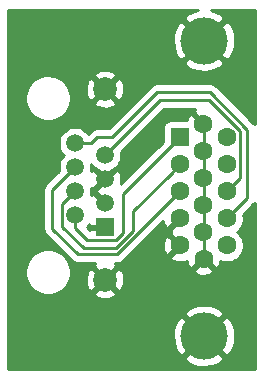
<source format=gbl>
G04 #@! TF.GenerationSoftware,KiCad,Pcbnew,(5.1.8)-1*
G04 #@! TF.CreationDate,2023-06-17T02:04:58+09:00*
G04 #@! TF.ProjectId,VGAFRJ45,56474146-524a-4343-952e-6b696361645f,rev?*
G04 #@! TF.SameCoordinates,PX9157080PY791ddc0*
G04 #@! TF.FileFunction,Copper,L2,Bot*
G04 #@! TF.FilePolarity,Positive*
%FSLAX46Y46*%
G04 Gerber Fmt 4.6, Leading zero omitted, Abs format (unit mm)*
G04 Created by KiCad (PCBNEW (5.1.8)-1) date 2023-06-17 02:04:58*
%MOMM*%
%LPD*%
G01*
G04 APERTURE LIST*
G04 #@! TA.AperFunction,ComponentPad*
%ADD10C,2.000000*%
G04 #@! TD*
G04 #@! TA.AperFunction,ComponentPad*
%ADD11C,1.500000*%
G04 #@! TD*
G04 #@! TA.AperFunction,ComponentPad*
%ADD12R,1.500000X1.500000*%
G04 #@! TD*
G04 #@! TA.AperFunction,ComponentPad*
%ADD13C,1.600000*%
G04 #@! TD*
G04 #@! TA.AperFunction,ComponentPad*
%ADD14C,4.000000*%
G04 #@! TD*
G04 #@! TA.AperFunction,ComponentPad*
%ADD15R,1.600000X1.600000*%
G04 #@! TD*
G04 #@! TA.AperFunction,ViaPad*
%ADD16C,0.800000*%
G04 #@! TD*
G04 #@! TA.AperFunction,Conductor*
%ADD17C,0.250000*%
G04 #@! TD*
G04 #@! TA.AperFunction,Conductor*
%ADD18C,0.254000*%
G04 #@! TD*
G04 #@! TA.AperFunction,Conductor*
%ADD19C,0.100000*%
G04 #@! TD*
G04 APERTURE END LIST*
D10*
X8890000Y24384000D03*
X8890000Y8255000D03*
D11*
X6350000Y19812000D03*
X6350000Y13716000D03*
X8890000Y14732000D03*
X6350000Y15748000D03*
X8890000Y16764000D03*
X6350000Y17780000D03*
X8890000Y18796000D03*
D12*
X8890000Y12700000D03*
D13*
X17240000Y10033000D03*
D14*
X17290000Y28505000D03*
X17290000Y3505000D03*
D13*
X19200000Y11160000D03*
X19200000Y13450000D03*
X19200000Y15740000D03*
X19200000Y18030000D03*
X19200000Y20320000D03*
X17220000Y12305000D03*
X17220000Y14595000D03*
X17220000Y16885000D03*
X17220000Y19175000D03*
X17220000Y21465000D03*
X15240000Y11160000D03*
X15240000Y13450000D03*
X15240000Y15740000D03*
X15240000Y18030000D03*
D15*
X15240000Y20320000D03*
D16*
X7620000Y22479000D03*
D17*
X17240000Y21445000D02*
X17220000Y21465000D01*
X17240000Y10033000D02*
X17240000Y21445000D01*
X8890000Y18796000D02*
X13589000Y23495000D01*
X20325001Y16865001D02*
X19200000Y15740000D01*
X20325001Y20860001D02*
X20325001Y16865001D01*
X17690002Y23495000D02*
X20325001Y20860001D01*
X13589000Y23495000D02*
X17690002Y23495000D01*
X20955000Y15205000D02*
X19200000Y13450000D01*
X20955000Y20955000D02*
X20955000Y15205000D01*
X9525000Y20320000D02*
X13335000Y24130000D01*
X17780000Y24130000D02*
X20955000Y20955000D01*
X8255000Y20320000D02*
X9525000Y20320000D01*
X13335000Y24130000D02*
X17780000Y24130000D01*
X7747000Y19812000D02*
X8255000Y20320000D01*
X6350000Y19812000D02*
X7747000Y19812000D01*
X12065000Y12565000D02*
X15240000Y15740000D01*
X6350000Y17780000D02*
X4445000Y15875000D01*
X4445000Y15875000D02*
X4445000Y12573000D01*
X6604000Y10414000D02*
X9914000Y10414000D01*
X4445000Y12573000D02*
X6604000Y10414000D01*
X9914000Y10414000D02*
X12065000Y12565000D01*
X14440001Y17230001D02*
X15240000Y18030000D01*
X11245010Y14035010D02*
X14440001Y17230001D01*
X11245010Y12381420D02*
X11245010Y14035010D01*
X7112000Y10922000D02*
X9785590Y10922000D01*
X5274999Y12759001D02*
X7112000Y10922000D01*
X5274999Y14672999D02*
X5274999Y12759001D01*
X9785590Y10922000D02*
X11245010Y12381420D01*
X6350000Y15748000D02*
X5274999Y14672999D01*
X6350000Y13154998D02*
X6350000Y13716000D01*
X10795000Y15875000D02*
X15240000Y20320000D01*
X6350000Y12655340D02*
X7380341Y11624999D01*
X6350000Y13716000D02*
X6350000Y12655340D01*
X7380341Y11624999D02*
X9846999Y11624999D01*
X10414000Y15494000D02*
X10795000Y15875000D01*
X10414000Y12192000D02*
X10414000Y15494000D01*
X9846999Y11624999D02*
X10414000Y12192000D01*
D18*
X16255474Y30942279D02*
X15838228Y30719258D01*
X15622106Y30352499D01*
X17290000Y28684605D01*
X18957894Y30352499D01*
X18741772Y30719258D01*
X18281895Y30959938D01*
X17839287Y31090000D01*
X21565001Y31090000D01*
X21565001Y21409707D01*
X21518799Y21466003D01*
X21495001Y21495001D01*
X21466004Y21518798D01*
X18343804Y24640997D01*
X18320001Y24670001D01*
X18204276Y24764974D01*
X18072247Y24835546D01*
X17928986Y24879003D01*
X17817333Y24890000D01*
X17817322Y24890000D01*
X17780000Y24893676D01*
X17742678Y24890000D01*
X13372325Y24890000D01*
X13335000Y24893676D01*
X13297675Y24890000D01*
X13297667Y24890000D01*
X13186014Y24879003D01*
X13042753Y24835546D01*
X12910724Y24764974D01*
X12794999Y24670001D01*
X12771201Y24641003D01*
X9210199Y21080000D01*
X8292322Y21080000D01*
X8254999Y21083676D01*
X8217676Y21080000D01*
X8217667Y21080000D01*
X8106014Y21069003D01*
X7962753Y21025546D01*
X7830724Y20954974D01*
X7714999Y20860001D01*
X7691200Y20831002D01*
X7477584Y20617385D01*
X7425799Y20694886D01*
X7232886Y20887799D01*
X7006043Y21039371D01*
X6753989Y21143775D01*
X6486411Y21197000D01*
X6213589Y21197000D01*
X5946011Y21143775D01*
X5693957Y21039371D01*
X5467114Y20887799D01*
X5274201Y20694886D01*
X5122629Y20468043D01*
X5018225Y20215989D01*
X4965000Y19948411D01*
X4965000Y19675589D01*
X5018225Y19408011D01*
X5122629Y19155957D01*
X5274201Y18929114D01*
X5407315Y18796000D01*
X5274201Y18662886D01*
X5122629Y18436043D01*
X5018225Y18183989D01*
X4965000Y17916411D01*
X4965000Y17643589D01*
X4993833Y17498635D01*
X3934003Y16438804D01*
X3904999Y16415001D01*
X3872150Y16374974D01*
X3810026Y16299276D01*
X3756719Y16199546D01*
X3739454Y16167246D01*
X3695997Y16023985D01*
X3685000Y15912332D01*
X3685000Y15912322D01*
X3681324Y15875000D01*
X3685000Y15837677D01*
X3685001Y12610332D01*
X3681324Y12573000D01*
X3685001Y12535667D01*
X3695998Y12424014D01*
X3698425Y12416013D01*
X3739454Y12280754D01*
X3810026Y12148724D01*
X3830295Y12124027D01*
X3905000Y12032999D01*
X3933998Y12009201D01*
X6040201Y9902997D01*
X6063999Y9873999D01*
X6092997Y9850201D01*
X6179723Y9779026D01*
X6280798Y9725000D01*
X6311753Y9708454D01*
X6455014Y9664997D01*
X6566667Y9654000D01*
X6566676Y9654000D01*
X6603999Y9650324D01*
X6641322Y9654000D01*
X8029661Y9654000D01*
X7934192Y9390413D01*
X8890000Y8434605D01*
X9845808Y9390413D01*
X9750339Y9654000D01*
X9876678Y9654000D01*
X9914000Y9650324D01*
X9951322Y9654000D01*
X9951333Y9654000D01*
X10062986Y9664997D01*
X10206247Y9708454D01*
X10338276Y9779026D01*
X10454001Y9873999D01*
X10477804Y9903003D01*
X11664289Y11089488D01*
X13799783Y11089488D01*
X13841213Y10809870D01*
X13936397Y10543708D01*
X14003329Y10418486D01*
X14247298Y10346903D01*
X15060395Y11160000D01*
X14247298Y11973097D01*
X14003329Y11901514D01*
X13882429Y11646004D01*
X13813700Y11371816D01*
X13799783Y11089488D01*
X11664289Y11089488D01*
X12628799Y12053997D01*
X12628804Y12054002D01*
X13819721Y13244920D01*
X13841213Y13099870D01*
X13936397Y12833708D01*
X14003329Y12708486D01*
X14247298Y12636903D01*
X15060395Y13450000D01*
X15046253Y13464142D01*
X15225858Y13643747D01*
X15240000Y13629605D01*
X15254143Y13643747D01*
X15433748Y13464142D01*
X15419605Y13450000D01*
X15433748Y13435857D01*
X15254143Y13256252D01*
X15240000Y13270395D01*
X14426903Y12457298D01*
X14471589Y12305000D01*
X14426903Y12152702D01*
X15240000Y11339605D01*
X15254143Y11353747D01*
X15433748Y11174142D01*
X15419605Y11160000D01*
X15433748Y11145857D01*
X15254143Y10966252D01*
X15240000Y10980395D01*
X14426903Y10167298D01*
X14498486Y9923329D01*
X14753996Y9802429D01*
X15028184Y9733700D01*
X15310512Y9719783D01*
X15590130Y9761213D01*
X15817555Y9842544D01*
X15841213Y9682870D01*
X15936397Y9416708D01*
X16003329Y9291486D01*
X16247298Y9219903D01*
X17060395Y10033000D01*
X17046253Y10047142D01*
X17225858Y10226747D01*
X17240000Y10212605D01*
X17254143Y10226747D01*
X17433748Y10047142D01*
X17419605Y10033000D01*
X18232702Y9219903D01*
X18476671Y9291486D01*
X18597571Y9546996D01*
X18666300Y9821184D01*
X18666621Y9827701D01*
X18781426Y9780147D01*
X19058665Y9725000D01*
X19341335Y9725000D01*
X19618574Y9780147D01*
X19879727Y9888320D01*
X20114759Y10045363D01*
X20314637Y10245241D01*
X20471680Y10480273D01*
X20579853Y10741426D01*
X20635000Y11018665D01*
X20635000Y11301335D01*
X20579853Y11578574D01*
X20471680Y11839727D01*
X20314637Y12074759D01*
X20114759Y12274637D01*
X20069317Y12305000D01*
X20114759Y12335363D01*
X20314637Y12535241D01*
X20471680Y12770273D01*
X20579853Y13031426D01*
X20635000Y13308665D01*
X20635000Y13591335D01*
X20598688Y13773886D01*
X21466003Y14641201D01*
X21495001Y14664999D01*
X21565000Y14750294D01*
X21565000Y660000D01*
X660000Y660000D01*
X660000Y1657501D01*
X15622106Y1657501D01*
X15838228Y1290742D01*
X16298105Y1050062D01*
X16796098Y903725D01*
X17313071Y857352D01*
X17829159Y912727D01*
X18324526Y1067721D01*
X18741772Y1290742D01*
X18957894Y1657501D01*
X17290000Y3325395D01*
X15622106Y1657501D01*
X660000Y1657501D01*
X660000Y3481929D01*
X14642352Y3481929D01*
X14697727Y2965841D01*
X14852721Y2470474D01*
X15075742Y2053228D01*
X15442501Y1837106D01*
X17110395Y3505000D01*
X17469605Y3505000D01*
X19137499Y1837106D01*
X19504258Y2053228D01*
X19744938Y2513105D01*
X19891275Y3011098D01*
X19937648Y3528071D01*
X19882273Y4044159D01*
X19727279Y4539526D01*
X19504258Y4956772D01*
X19137499Y5172894D01*
X17469605Y3505000D01*
X17110395Y3505000D01*
X15442501Y5172894D01*
X15075742Y4956772D01*
X14835062Y4496895D01*
X14688725Y3998902D01*
X14642352Y3481929D01*
X660000Y3481929D01*
X660000Y5352499D01*
X15622106Y5352499D01*
X17290000Y3684605D01*
X18957894Y5352499D01*
X18741772Y5719258D01*
X18281895Y5959938D01*
X17783902Y6106275D01*
X17266929Y6152648D01*
X16750841Y6097273D01*
X16255474Y5942279D01*
X15838228Y5719258D01*
X15622106Y5352499D01*
X660000Y5352499D01*
X660000Y9080581D01*
X2129000Y9080581D01*
X2129000Y8699419D01*
X2203361Y8325581D01*
X2349225Y7973434D01*
X2560987Y7656509D01*
X2830509Y7386987D01*
X3147434Y7175225D01*
X3499581Y7029361D01*
X3873419Y6955000D01*
X4254581Y6955000D01*
X4628419Y7029361D01*
X4846243Y7119587D01*
X7934192Y7119587D01*
X8029956Y6855186D01*
X8319571Y6714296D01*
X8631108Y6632616D01*
X8952595Y6613282D01*
X9271675Y6657039D01*
X9576088Y6762205D01*
X9750044Y6855186D01*
X9845808Y7119587D01*
X8890000Y8075395D01*
X7934192Y7119587D01*
X4846243Y7119587D01*
X4980566Y7175225D01*
X5297491Y7386987D01*
X5567013Y7656509D01*
X5778775Y7973434D01*
X5869475Y8192405D01*
X7248282Y8192405D01*
X7292039Y7873325D01*
X7397205Y7568912D01*
X7490186Y7394956D01*
X7754587Y7299192D01*
X8710395Y8255000D01*
X9069605Y8255000D01*
X10025413Y7299192D01*
X10289814Y7394956D01*
X10430704Y7684571D01*
X10512384Y7996108D01*
X10531718Y8317595D01*
X10487961Y8636675D01*
X10382795Y8941088D01*
X10329767Y9040298D01*
X16426903Y9040298D01*
X16498486Y8796329D01*
X16753996Y8675429D01*
X17028184Y8606700D01*
X17310512Y8592783D01*
X17590130Y8634213D01*
X17856292Y8729397D01*
X17981514Y8796329D01*
X18053097Y9040298D01*
X17240000Y9853395D01*
X16426903Y9040298D01*
X10329767Y9040298D01*
X10289814Y9115044D01*
X10025413Y9210808D01*
X9069605Y8255000D01*
X8710395Y8255000D01*
X7754587Y9210808D01*
X7490186Y9115044D01*
X7349296Y8825429D01*
X7267616Y8513892D01*
X7248282Y8192405D01*
X5869475Y8192405D01*
X5924639Y8325581D01*
X5999000Y8699419D01*
X5999000Y9080581D01*
X5924639Y9454419D01*
X5778775Y9806566D01*
X5567013Y10123491D01*
X5297491Y10393013D01*
X4980566Y10604775D01*
X4628419Y10750639D01*
X4254581Y10825000D01*
X3873419Y10825000D01*
X3499581Y10750639D01*
X3147434Y10604775D01*
X2830509Y10393013D01*
X2560987Y10123491D01*
X2349225Y9806566D01*
X2203361Y9454419D01*
X2129000Y9080581D01*
X660000Y9080581D01*
X660000Y23812581D01*
X2129000Y23812581D01*
X2129000Y23431419D01*
X2203361Y23057581D01*
X2349225Y22705434D01*
X2560987Y22388509D01*
X2830509Y22118987D01*
X3147434Y21907225D01*
X3499581Y21761361D01*
X3873419Y21687000D01*
X4254581Y21687000D01*
X4628419Y21761361D01*
X4980566Y21907225D01*
X5297491Y22118987D01*
X5567013Y22388509D01*
X5778775Y22705434D01*
X5924639Y23057581D01*
X5962632Y23248587D01*
X7934192Y23248587D01*
X8029956Y22984186D01*
X8319571Y22843296D01*
X8631108Y22761616D01*
X8952595Y22742282D01*
X9271675Y22786039D01*
X9576088Y22891205D01*
X9750044Y22984186D01*
X9845808Y23248587D01*
X8890000Y24204395D01*
X7934192Y23248587D01*
X5962632Y23248587D01*
X5999000Y23431419D01*
X5999000Y23812581D01*
X5924639Y24186419D01*
X5868726Y24321405D01*
X7248282Y24321405D01*
X7292039Y24002325D01*
X7397205Y23697912D01*
X7490186Y23523956D01*
X7754587Y23428192D01*
X8710395Y24384000D01*
X9069605Y24384000D01*
X10025413Y23428192D01*
X10289814Y23523956D01*
X10430704Y23813571D01*
X10512384Y24125108D01*
X10531718Y24446595D01*
X10487961Y24765675D01*
X10382795Y25070088D01*
X10289814Y25244044D01*
X10025413Y25339808D01*
X9069605Y24384000D01*
X8710395Y24384000D01*
X7754587Y25339808D01*
X7490186Y25244044D01*
X7349296Y24954429D01*
X7267616Y24642892D01*
X7248282Y24321405D01*
X5868726Y24321405D01*
X5778775Y24538566D01*
X5567013Y24855491D01*
X5297491Y25125013D01*
X4980566Y25336775D01*
X4628419Y25482639D01*
X4443544Y25519413D01*
X7934192Y25519413D01*
X8890000Y24563605D01*
X9845808Y25519413D01*
X9750044Y25783814D01*
X9460429Y25924704D01*
X9148892Y26006384D01*
X8827405Y26025718D01*
X8508325Y25981961D01*
X8203912Y25876795D01*
X8029956Y25783814D01*
X7934192Y25519413D01*
X4443544Y25519413D01*
X4254581Y25557000D01*
X3873419Y25557000D01*
X3499581Y25482639D01*
X3147434Y25336775D01*
X2830509Y25125013D01*
X2560987Y24855491D01*
X2349225Y24538566D01*
X2203361Y24186419D01*
X2129000Y23812581D01*
X660000Y23812581D01*
X660000Y26657501D01*
X15622106Y26657501D01*
X15838228Y26290742D01*
X16298105Y26050062D01*
X16796098Y25903725D01*
X17313071Y25857352D01*
X17829159Y25912727D01*
X18324526Y26067721D01*
X18741772Y26290742D01*
X18957894Y26657501D01*
X17290000Y28325395D01*
X15622106Y26657501D01*
X660000Y26657501D01*
X660000Y28481929D01*
X14642352Y28481929D01*
X14697727Y27965841D01*
X14852721Y27470474D01*
X15075742Y27053228D01*
X15442501Y26837106D01*
X17110395Y28505000D01*
X17469605Y28505000D01*
X19137499Y26837106D01*
X19504258Y27053228D01*
X19744938Y27513105D01*
X19891275Y28011098D01*
X19937648Y28528071D01*
X19882273Y29044159D01*
X19727279Y29539526D01*
X19504258Y29956772D01*
X19137499Y30172894D01*
X17469605Y28505000D01*
X17110395Y28505000D01*
X15442501Y30172894D01*
X15075742Y29956772D01*
X14835062Y29496895D01*
X14688725Y28998902D01*
X14642352Y28481929D01*
X660000Y28481929D01*
X660000Y31090000D01*
X16727596Y31090000D01*
X16255474Y30942279D01*
G04 #@! TA.AperFunction,Conductor*
D19*
G36*
X16255474Y30942279D02*
G01*
X15838228Y30719258D01*
X15622106Y30352499D01*
X17290000Y28684605D01*
X18957894Y30352499D01*
X18741772Y30719258D01*
X18281895Y30959938D01*
X17839287Y31090000D01*
X21565001Y31090000D01*
X21565001Y21409707D01*
X21518799Y21466003D01*
X21495001Y21495001D01*
X21466004Y21518798D01*
X18343804Y24640997D01*
X18320001Y24670001D01*
X18204276Y24764974D01*
X18072247Y24835546D01*
X17928986Y24879003D01*
X17817333Y24890000D01*
X17817322Y24890000D01*
X17780000Y24893676D01*
X17742678Y24890000D01*
X13372325Y24890000D01*
X13335000Y24893676D01*
X13297675Y24890000D01*
X13297667Y24890000D01*
X13186014Y24879003D01*
X13042753Y24835546D01*
X12910724Y24764974D01*
X12794999Y24670001D01*
X12771201Y24641003D01*
X9210199Y21080000D01*
X8292322Y21080000D01*
X8254999Y21083676D01*
X8217676Y21080000D01*
X8217667Y21080000D01*
X8106014Y21069003D01*
X7962753Y21025546D01*
X7830724Y20954974D01*
X7714999Y20860001D01*
X7691200Y20831002D01*
X7477584Y20617385D01*
X7425799Y20694886D01*
X7232886Y20887799D01*
X7006043Y21039371D01*
X6753989Y21143775D01*
X6486411Y21197000D01*
X6213589Y21197000D01*
X5946011Y21143775D01*
X5693957Y21039371D01*
X5467114Y20887799D01*
X5274201Y20694886D01*
X5122629Y20468043D01*
X5018225Y20215989D01*
X4965000Y19948411D01*
X4965000Y19675589D01*
X5018225Y19408011D01*
X5122629Y19155957D01*
X5274201Y18929114D01*
X5407315Y18796000D01*
X5274201Y18662886D01*
X5122629Y18436043D01*
X5018225Y18183989D01*
X4965000Y17916411D01*
X4965000Y17643589D01*
X4993833Y17498635D01*
X3934003Y16438804D01*
X3904999Y16415001D01*
X3872150Y16374974D01*
X3810026Y16299276D01*
X3756719Y16199546D01*
X3739454Y16167246D01*
X3695997Y16023985D01*
X3685000Y15912332D01*
X3685000Y15912322D01*
X3681324Y15875000D01*
X3685000Y15837677D01*
X3685001Y12610332D01*
X3681324Y12573000D01*
X3685001Y12535667D01*
X3695998Y12424014D01*
X3698425Y12416013D01*
X3739454Y12280754D01*
X3810026Y12148724D01*
X3830295Y12124027D01*
X3905000Y12032999D01*
X3933998Y12009201D01*
X6040201Y9902997D01*
X6063999Y9873999D01*
X6092997Y9850201D01*
X6179723Y9779026D01*
X6280798Y9725000D01*
X6311753Y9708454D01*
X6455014Y9664997D01*
X6566667Y9654000D01*
X6566676Y9654000D01*
X6603999Y9650324D01*
X6641322Y9654000D01*
X8029661Y9654000D01*
X7934192Y9390413D01*
X8890000Y8434605D01*
X9845808Y9390413D01*
X9750339Y9654000D01*
X9876678Y9654000D01*
X9914000Y9650324D01*
X9951322Y9654000D01*
X9951333Y9654000D01*
X10062986Y9664997D01*
X10206247Y9708454D01*
X10338276Y9779026D01*
X10454001Y9873999D01*
X10477804Y9903003D01*
X11664289Y11089488D01*
X13799783Y11089488D01*
X13841213Y10809870D01*
X13936397Y10543708D01*
X14003329Y10418486D01*
X14247298Y10346903D01*
X15060395Y11160000D01*
X14247298Y11973097D01*
X14003329Y11901514D01*
X13882429Y11646004D01*
X13813700Y11371816D01*
X13799783Y11089488D01*
X11664289Y11089488D01*
X12628799Y12053997D01*
X12628804Y12054002D01*
X13819721Y13244920D01*
X13841213Y13099870D01*
X13936397Y12833708D01*
X14003329Y12708486D01*
X14247298Y12636903D01*
X15060395Y13450000D01*
X15046253Y13464142D01*
X15225858Y13643747D01*
X15240000Y13629605D01*
X15254143Y13643747D01*
X15433748Y13464142D01*
X15419605Y13450000D01*
X15433748Y13435857D01*
X15254143Y13256252D01*
X15240000Y13270395D01*
X14426903Y12457298D01*
X14471589Y12305000D01*
X14426903Y12152702D01*
X15240000Y11339605D01*
X15254143Y11353747D01*
X15433748Y11174142D01*
X15419605Y11160000D01*
X15433748Y11145857D01*
X15254143Y10966252D01*
X15240000Y10980395D01*
X14426903Y10167298D01*
X14498486Y9923329D01*
X14753996Y9802429D01*
X15028184Y9733700D01*
X15310512Y9719783D01*
X15590130Y9761213D01*
X15817555Y9842544D01*
X15841213Y9682870D01*
X15936397Y9416708D01*
X16003329Y9291486D01*
X16247298Y9219903D01*
X17060395Y10033000D01*
X17046253Y10047142D01*
X17225858Y10226747D01*
X17240000Y10212605D01*
X17254143Y10226747D01*
X17433748Y10047142D01*
X17419605Y10033000D01*
X18232702Y9219903D01*
X18476671Y9291486D01*
X18597571Y9546996D01*
X18666300Y9821184D01*
X18666621Y9827701D01*
X18781426Y9780147D01*
X19058665Y9725000D01*
X19341335Y9725000D01*
X19618574Y9780147D01*
X19879727Y9888320D01*
X20114759Y10045363D01*
X20314637Y10245241D01*
X20471680Y10480273D01*
X20579853Y10741426D01*
X20635000Y11018665D01*
X20635000Y11301335D01*
X20579853Y11578574D01*
X20471680Y11839727D01*
X20314637Y12074759D01*
X20114759Y12274637D01*
X20069317Y12305000D01*
X20114759Y12335363D01*
X20314637Y12535241D01*
X20471680Y12770273D01*
X20579853Y13031426D01*
X20635000Y13308665D01*
X20635000Y13591335D01*
X20598688Y13773886D01*
X21466003Y14641201D01*
X21495001Y14664999D01*
X21565000Y14750294D01*
X21565000Y660000D01*
X660000Y660000D01*
X660000Y1657501D01*
X15622106Y1657501D01*
X15838228Y1290742D01*
X16298105Y1050062D01*
X16796098Y903725D01*
X17313071Y857352D01*
X17829159Y912727D01*
X18324526Y1067721D01*
X18741772Y1290742D01*
X18957894Y1657501D01*
X17290000Y3325395D01*
X15622106Y1657501D01*
X660000Y1657501D01*
X660000Y3481929D01*
X14642352Y3481929D01*
X14697727Y2965841D01*
X14852721Y2470474D01*
X15075742Y2053228D01*
X15442501Y1837106D01*
X17110395Y3505000D01*
X17469605Y3505000D01*
X19137499Y1837106D01*
X19504258Y2053228D01*
X19744938Y2513105D01*
X19891275Y3011098D01*
X19937648Y3528071D01*
X19882273Y4044159D01*
X19727279Y4539526D01*
X19504258Y4956772D01*
X19137499Y5172894D01*
X17469605Y3505000D01*
X17110395Y3505000D01*
X15442501Y5172894D01*
X15075742Y4956772D01*
X14835062Y4496895D01*
X14688725Y3998902D01*
X14642352Y3481929D01*
X660000Y3481929D01*
X660000Y5352499D01*
X15622106Y5352499D01*
X17290000Y3684605D01*
X18957894Y5352499D01*
X18741772Y5719258D01*
X18281895Y5959938D01*
X17783902Y6106275D01*
X17266929Y6152648D01*
X16750841Y6097273D01*
X16255474Y5942279D01*
X15838228Y5719258D01*
X15622106Y5352499D01*
X660000Y5352499D01*
X660000Y9080581D01*
X2129000Y9080581D01*
X2129000Y8699419D01*
X2203361Y8325581D01*
X2349225Y7973434D01*
X2560987Y7656509D01*
X2830509Y7386987D01*
X3147434Y7175225D01*
X3499581Y7029361D01*
X3873419Y6955000D01*
X4254581Y6955000D01*
X4628419Y7029361D01*
X4846243Y7119587D01*
X7934192Y7119587D01*
X8029956Y6855186D01*
X8319571Y6714296D01*
X8631108Y6632616D01*
X8952595Y6613282D01*
X9271675Y6657039D01*
X9576088Y6762205D01*
X9750044Y6855186D01*
X9845808Y7119587D01*
X8890000Y8075395D01*
X7934192Y7119587D01*
X4846243Y7119587D01*
X4980566Y7175225D01*
X5297491Y7386987D01*
X5567013Y7656509D01*
X5778775Y7973434D01*
X5869475Y8192405D01*
X7248282Y8192405D01*
X7292039Y7873325D01*
X7397205Y7568912D01*
X7490186Y7394956D01*
X7754587Y7299192D01*
X8710395Y8255000D01*
X9069605Y8255000D01*
X10025413Y7299192D01*
X10289814Y7394956D01*
X10430704Y7684571D01*
X10512384Y7996108D01*
X10531718Y8317595D01*
X10487961Y8636675D01*
X10382795Y8941088D01*
X10329767Y9040298D01*
X16426903Y9040298D01*
X16498486Y8796329D01*
X16753996Y8675429D01*
X17028184Y8606700D01*
X17310512Y8592783D01*
X17590130Y8634213D01*
X17856292Y8729397D01*
X17981514Y8796329D01*
X18053097Y9040298D01*
X17240000Y9853395D01*
X16426903Y9040298D01*
X10329767Y9040298D01*
X10289814Y9115044D01*
X10025413Y9210808D01*
X9069605Y8255000D01*
X8710395Y8255000D01*
X7754587Y9210808D01*
X7490186Y9115044D01*
X7349296Y8825429D01*
X7267616Y8513892D01*
X7248282Y8192405D01*
X5869475Y8192405D01*
X5924639Y8325581D01*
X5999000Y8699419D01*
X5999000Y9080581D01*
X5924639Y9454419D01*
X5778775Y9806566D01*
X5567013Y10123491D01*
X5297491Y10393013D01*
X4980566Y10604775D01*
X4628419Y10750639D01*
X4254581Y10825000D01*
X3873419Y10825000D01*
X3499581Y10750639D01*
X3147434Y10604775D01*
X2830509Y10393013D01*
X2560987Y10123491D01*
X2349225Y9806566D01*
X2203361Y9454419D01*
X2129000Y9080581D01*
X660000Y9080581D01*
X660000Y23812581D01*
X2129000Y23812581D01*
X2129000Y23431419D01*
X2203361Y23057581D01*
X2349225Y22705434D01*
X2560987Y22388509D01*
X2830509Y22118987D01*
X3147434Y21907225D01*
X3499581Y21761361D01*
X3873419Y21687000D01*
X4254581Y21687000D01*
X4628419Y21761361D01*
X4980566Y21907225D01*
X5297491Y22118987D01*
X5567013Y22388509D01*
X5778775Y22705434D01*
X5924639Y23057581D01*
X5962632Y23248587D01*
X7934192Y23248587D01*
X8029956Y22984186D01*
X8319571Y22843296D01*
X8631108Y22761616D01*
X8952595Y22742282D01*
X9271675Y22786039D01*
X9576088Y22891205D01*
X9750044Y22984186D01*
X9845808Y23248587D01*
X8890000Y24204395D01*
X7934192Y23248587D01*
X5962632Y23248587D01*
X5999000Y23431419D01*
X5999000Y23812581D01*
X5924639Y24186419D01*
X5868726Y24321405D01*
X7248282Y24321405D01*
X7292039Y24002325D01*
X7397205Y23697912D01*
X7490186Y23523956D01*
X7754587Y23428192D01*
X8710395Y24384000D01*
X9069605Y24384000D01*
X10025413Y23428192D01*
X10289814Y23523956D01*
X10430704Y23813571D01*
X10512384Y24125108D01*
X10531718Y24446595D01*
X10487961Y24765675D01*
X10382795Y25070088D01*
X10289814Y25244044D01*
X10025413Y25339808D01*
X9069605Y24384000D01*
X8710395Y24384000D01*
X7754587Y25339808D01*
X7490186Y25244044D01*
X7349296Y24954429D01*
X7267616Y24642892D01*
X7248282Y24321405D01*
X5868726Y24321405D01*
X5778775Y24538566D01*
X5567013Y24855491D01*
X5297491Y25125013D01*
X4980566Y25336775D01*
X4628419Y25482639D01*
X4443544Y25519413D01*
X7934192Y25519413D01*
X8890000Y24563605D01*
X9845808Y25519413D01*
X9750044Y25783814D01*
X9460429Y25924704D01*
X9148892Y26006384D01*
X8827405Y26025718D01*
X8508325Y25981961D01*
X8203912Y25876795D01*
X8029956Y25783814D01*
X7934192Y25519413D01*
X4443544Y25519413D01*
X4254581Y25557000D01*
X3873419Y25557000D01*
X3499581Y25482639D01*
X3147434Y25336775D01*
X2830509Y25125013D01*
X2560987Y24855491D01*
X2349225Y24538566D01*
X2203361Y24186419D01*
X2129000Y23812581D01*
X660000Y23812581D01*
X660000Y26657501D01*
X15622106Y26657501D01*
X15838228Y26290742D01*
X16298105Y26050062D01*
X16796098Y25903725D01*
X17313071Y25857352D01*
X17829159Y25912727D01*
X18324526Y26067721D01*
X18741772Y26290742D01*
X18957894Y26657501D01*
X17290000Y28325395D01*
X15622106Y26657501D01*
X660000Y26657501D01*
X660000Y28481929D01*
X14642352Y28481929D01*
X14697727Y27965841D01*
X14852721Y27470474D01*
X15075742Y27053228D01*
X15442501Y26837106D01*
X17110395Y28505000D01*
X17469605Y28505000D01*
X19137499Y26837106D01*
X19504258Y27053228D01*
X19744938Y27513105D01*
X19891275Y28011098D01*
X19937648Y28528071D01*
X19882273Y29044159D01*
X19727279Y29539526D01*
X19504258Y29956772D01*
X19137499Y30172894D01*
X17469605Y28505000D01*
X17110395Y28505000D01*
X15442501Y30172894D01*
X15075742Y29956772D01*
X14835062Y29496895D01*
X14688725Y28998902D01*
X14642352Y28481929D01*
X660000Y28481929D01*
X660000Y31090000D01*
X16727596Y31090000D01*
X16255474Y30942279D01*
G37*
G04 #@! TD.AperFunction*
D18*
X17413748Y12319142D02*
X17399605Y12305000D01*
X17413748Y12290857D01*
X17234143Y12111252D01*
X17220000Y12125395D01*
X17205858Y12111252D01*
X17026253Y12290857D01*
X17040395Y12305000D01*
X17026253Y12319142D01*
X17205858Y12498747D01*
X17220000Y12484605D01*
X17234143Y12498747D01*
X17413748Y12319142D01*
G04 #@! TA.AperFunction,Conductor*
D19*
G36*
X17413748Y12319142D02*
G01*
X17399605Y12305000D01*
X17413748Y12290857D01*
X17234143Y12111252D01*
X17220000Y12125395D01*
X17205858Y12111252D01*
X17026253Y12290857D01*
X17040395Y12305000D01*
X17026253Y12319142D01*
X17205858Y12498747D01*
X17220000Y12484605D01*
X17234143Y12498747D01*
X17413748Y12319142D01*
G37*
G04 #@! TD.AperFunction*
D18*
X7663750Y12827000D02*
X8763000Y12827000D01*
X8763000Y12847000D01*
X9017000Y12847000D01*
X9017000Y12827000D01*
X9037000Y12827000D01*
X9037000Y12573000D01*
X9017000Y12573000D01*
X9017000Y12553000D01*
X8763000Y12553000D01*
X8763000Y12573000D01*
X7663750Y12573000D01*
X7585446Y12494696D01*
X7336413Y12743728D01*
X7425799Y12833114D01*
X7518660Y12972090D01*
X7663750Y12827000D01*
G04 #@! TA.AperFunction,Conductor*
D19*
G36*
X7663750Y12827000D02*
G01*
X8763000Y12827000D01*
X8763000Y12847000D01*
X9017000Y12847000D01*
X9017000Y12827000D01*
X9037000Y12827000D01*
X9037000Y12573000D01*
X9017000Y12573000D01*
X9017000Y12553000D01*
X8763000Y12553000D01*
X8763000Y12573000D01*
X7663750Y12573000D01*
X7585446Y12494696D01*
X7336413Y12743728D01*
X7425799Y12833114D01*
X7518660Y12972090D01*
X7663750Y12827000D01*
G37*
G04 #@! TD.AperFunction*
D18*
X17413748Y14609142D02*
X17399605Y14595000D01*
X17413748Y14580857D01*
X17234143Y14401252D01*
X17220000Y14415395D01*
X17205858Y14401252D01*
X17026253Y14580857D01*
X17040395Y14595000D01*
X17026253Y14609142D01*
X17205858Y14788747D01*
X17220000Y14774605D01*
X17234143Y14788747D01*
X17413748Y14609142D01*
G04 #@! TA.AperFunction,Conductor*
D19*
G36*
X17413748Y14609142D02*
G01*
X17399605Y14595000D01*
X17413748Y14580857D01*
X17234143Y14401252D01*
X17220000Y14415395D01*
X17205858Y14401252D01*
X17026253Y14580857D01*
X17040395Y14595000D01*
X17026253Y14609142D01*
X17205858Y14788747D01*
X17220000Y14774605D01*
X17234143Y14788747D01*
X17413748Y14609142D01*
G37*
G04 #@! TD.AperFunction*
D18*
X16478486Y22701671D02*
X16406903Y22457702D01*
X17220000Y21644605D01*
X17234143Y21658747D01*
X17413748Y21479142D01*
X17399605Y21465000D01*
X17413748Y21450857D01*
X17234143Y21271252D01*
X17220000Y21285395D01*
X17205858Y21271252D01*
X17026253Y21450857D01*
X17040395Y21465000D01*
X16227298Y22278097D01*
X15983329Y22206514D01*
X15862429Y21951004D01*
X15814068Y21758072D01*
X14440000Y21758072D01*
X14315518Y21745812D01*
X14195820Y21709502D01*
X14085506Y21650537D01*
X13988815Y21571185D01*
X13909463Y21474494D01*
X13850498Y21364180D01*
X13814188Y21244482D01*
X13801928Y21120000D01*
X13801928Y19956730D01*
X10283998Y16438799D01*
X10220631Y16375432D01*
X10267250Y16563960D01*
X10279812Y16836492D01*
X10238965Y17106238D01*
X10146277Y17362832D01*
X10085860Y17475863D01*
X9846993Y17541388D01*
X9069605Y16764000D01*
X9083748Y16749857D01*
X8904143Y16570252D01*
X8890000Y16584395D01*
X8295417Y15989812D01*
X8291168Y15988277D01*
X8178137Y15927860D01*
X8157222Y15851617D01*
X8112612Y15807007D01*
X8128799Y15748000D01*
X8112612Y15688993D01*
X8157222Y15644383D01*
X8178137Y15568140D01*
X8282386Y15519219D01*
X8890000Y14911605D01*
X8904143Y14925747D01*
X9083748Y14746142D01*
X9069605Y14732000D01*
X9083748Y14717857D01*
X8904143Y14538252D01*
X8890000Y14552395D01*
X8875858Y14538252D01*
X8696253Y14717857D01*
X8710395Y14732000D01*
X7933007Y15509388D01*
X7702070Y15446038D01*
X7735000Y15611589D01*
X7735000Y15884411D01*
X7702070Y16049962D01*
X7933007Y15986612D01*
X8710395Y16764000D01*
X7933007Y17541388D01*
X7702070Y17478038D01*
X7735000Y17643589D01*
X7735000Y17916411D01*
X7702362Y18080493D01*
X7814201Y17913114D01*
X8007114Y17720201D01*
X8233957Y17568629D01*
X8286910Y17546695D01*
X8890000Y16943605D01*
X9493090Y17546695D01*
X9546043Y17568629D01*
X9772886Y17720201D01*
X9965799Y17913114D01*
X10117371Y18139957D01*
X10221775Y18392011D01*
X10275000Y18659589D01*
X10275000Y18932411D01*
X10246167Y19077365D01*
X13903802Y22735000D01*
X16540841Y22735000D01*
X16478486Y22701671D01*
G04 #@! TA.AperFunction,Conductor*
D19*
G36*
X16478486Y22701671D02*
G01*
X16406903Y22457702D01*
X17220000Y21644605D01*
X17234143Y21658747D01*
X17413748Y21479142D01*
X17399605Y21465000D01*
X17413748Y21450857D01*
X17234143Y21271252D01*
X17220000Y21285395D01*
X17205858Y21271252D01*
X17026253Y21450857D01*
X17040395Y21465000D01*
X16227298Y22278097D01*
X15983329Y22206514D01*
X15862429Y21951004D01*
X15814068Y21758072D01*
X14440000Y21758072D01*
X14315518Y21745812D01*
X14195820Y21709502D01*
X14085506Y21650537D01*
X13988815Y21571185D01*
X13909463Y21474494D01*
X13850498Y21364180D01*
X13814188Y21244482D01*
X13801928Y21120000D01*
X13801928Y19956730D01*
X10283998Y16438799D01*
X10220631Y16375432D01*
X10267250Y16563960D01*
X10279812Y16836492D01*
X10238965Y17106238D01*
X10146277Y17362832D01*
X10085860Y17475863D01*
X9846993Y17541388D01*
X9069605Y16764000D01*
X9083748Y16749857D01*
X8904143Y16570252D01*
X8890000Y16584395D01*
X8295417Y15989812D01*
X8291168Y15988277D01*
X8178137Y15927860D01*
X8157222Y15851617D01*
X8112612Y15807007D01*
X8128799Y15748000D01*
X8112612Y15688993D01*
X8157222Y15644383D01*
X8178137Y15568140D01*
X8282386Y15519219D01*
X8890000Y14911605D01*
X8904143Y14925747D01*
X9083748Y14746142D01*
X9069605Y14732000D01*
X9083748Y14717857D01*
X8904143Y14538252D01*
X8890000Y14552395D01*
X8875858Y14538252D01*
X8696253Y14717857D01*
X8710395Y14732000D01*
X7933007Y15509388D01*
X7702070Y15446038D01*
X7735000Y15611589D01*
X7735000Y15884411D01*
X7702070Y16049962D01*
X7933007Y15986612D01*
X8710395Y16764000D01*
X7933007Y17541388D01*
X7702070Y17478038D01*
X7735000Y17643589D01*
X7735000Y17916411D01*
X7702362Y18080493D01*
X7814201Y17913114D01*
X8007114Y17720201D01*
X8233957Y17568629D01*
X8286910Y17546695D01*
X8890000Y16943605D01*
X9493090Y17546695D01*
X9546043Y17568629D01*
X9772886Y17720201D01*
X9965799Y17913114D01*
X10117371Y18139957D01*
X10221775Y18392011D01*
X10275000Y18659589D01*
X10275000Y18932411D01*
X10246167Y19077365D01*
X13903802Y22735000D01*
X16540841Y22735000D01*
X16478486Y22701671D01*
G37*
G04 #@! TD.AperFunction*
D18*
X17413748Y16899142D02*
X17399605Y16885000D01*
X17413748Y16870857D01*
X17234143Y16691252D01*
X17220000Y16705395D01*
X17205858Y16691252D01*
X17026253Y16870857D01*
X17040395Y16885000D01*
X17026253Y16899142D01*
X17205858Y17078747D01*
X17220000Y17064605D01*
X17234143Y17078747D01*
X17413748Y16899142D01*
G04 #@! TA.AperFunction,Conductor*
D19*
G36*
X17413748Y16899142D02*
G01*
X17399605Y16885000D01*
X17413748Y16870857D01*
X17234143Y16691252D01*
X17220000Y16705395D01*
X17205858Y16691252D01*
X17026253Y16870857D01*
X17040395Y16885000D01*
X17026253Y16899142D01*
X17205858Y17078747D01*
X17220000Y17064605D01*
X17234143Y17078747D01*
X17413748Y16899142D01*
G37*
G04 #@! TD.AperFunction*
D18*
X17413748Y19189142D02*
X17399605Y19175000D01*
X17413748Y19160857D01*
X17234143Y18981252D01*
X17220000Y18995395D01*
X17205858Y18981252D01*
X17026253Y19160857D01*
X17040395Y19175000D01*
X17026253Y19189142D01*
X17205858Y19368747D01*
X17220000Y19354605D01*
X17234143Y19368747D01*
X17413748Y19189142D01*
G04 #@! TA.AperFunction,Conductor*
D19*
G36*
X17413748Y19189142D02*
G01*
X17399605Y19175000D01*
X17413748Y19160857D01*
X17234143Y18981252D01*
X17220000Y18995395D01*
X17205858Y18981252D01*
X17026253Y19160857D01*
X17040395Y19175000D01*
X17026253Y19189142D01*
X17205858Y19368747D01*
X17220000Y19354605D01*
X17234143Y19368747D01*
X17413748Y19189142D01*
G37*
G04 #@! TD.AperFunction*
D18*
X19393748Y20334142D02*
X19379605Y20320000D01*
X19393748Y20305857D01*
X19214143Y20126252D01*
X19200000Y20140395D01*
X19185858Y20126252D01*
X19006253Y20305857D01*
X19020395Y20320000D01*
X19006253Y20334142D01*
X19185858Y20513747D01*
X19200000Y20499605D01*
X19214143Y20513747D01*
X19393748Y20334142D01*
G04 #@! TA.AperFunction,Conductor*
D19*
G36*
X19393748Y20334142D02*
G01*
X19379605Y20320000D01*
X19393748Y20305857D01*
X19214143Y20126252D01*
X19200000Y20140395D01*
X19185858Y20126252D01*
X19006253Y20305857D01*
X19020395Y20320000D01*
X19006253Y20334142D01*
X19185858Y20513747D01*
X19200000Y20499605D01*
X19214143Y20513747D01*
X19393748Y20334142D01*
G37*
G04 #@! TD.AperFunction*
M02*

</source>
